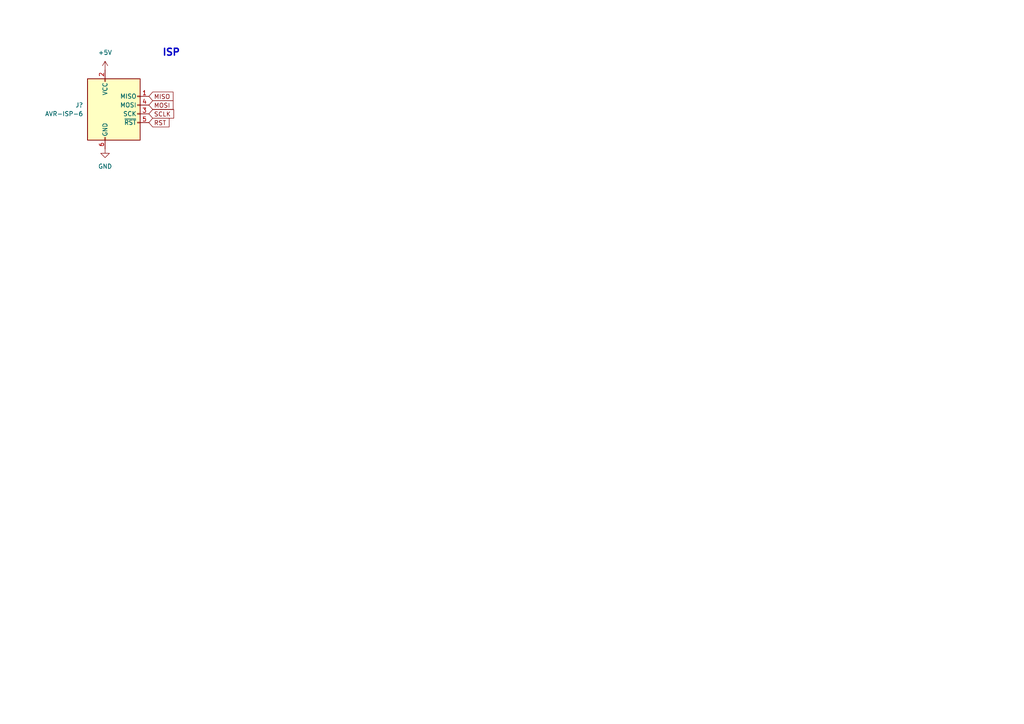
<source format=kicad_sch>
(kicad_sch (version 20211123) (generator eeschema)
  (paper "A4")
  (lib_symbols
    (symbol "Connector:AVR-ISP-6" (pin_names (offset 1.016))
      (property "Reference" "J" (at -6.35 11.43 0))
      (property "Value" "AVR-ISP-6" (at 0 11.43 0))
      (symbol "AVR-ISP-6_0_1"
        (rectangle (start -2.667 -6.858) (end -2.413 -7.62))
        (rectangle (start -2.667 10.16) (end -2.413 9.398))
        (rectangle (start 7.62 -2.413) (end 6.858 -2.667))
        (rectangle (start 7.62 0.127) (end 6.858 -0.127))
        (rectangle (start 7.62 2.667) (end 6.858 2.413))
        (rectangle (start 7.62 5.207) (end 6.858 4.953))
        (rectangle (start 7.62 10.16) (end -7.62 -7.62) (stroke (width 0.254)) (fill (type background)))
      )
      (symbol "AVR-ISP-6_1_1"
        (pin passive line (at 10.16 5.08 180) (length 2.54) (name "MISO") (number "1"))
        (pin passive line (at -2.54 12.7 270) (length 2.54) (name "VCC") (number "2"))
        (pin passive line (at 10.16 0 180) (length 2.54) (name "SCK") (number "3"))
        (pin passive line (at 10.16 2.54 180) (length 2.54) (name "MOSI") (number "4"))
        (pin passive line (at 10.16 -2.54 180) (length 2.54) (name "~{RST}") (number "5"))
        (pin passive line (at -2.54 -10.16 90) (length 2.54) (name "GND") (number "6"))
      )
    )
    (symbol "power:+5V" (power) (pin_names (offset 0))
      (property "Value" "+5V" (at 0 3.556 0))
      (symbol "+5V_0_1"
        (polyline (pts (xy -0.762 1.27) (xy 0 2.54)))
        (polyline (pts (xy 0 0) (xy 0 2.54)))
        (polyline (pts (xy 0 2.54) (xy 0.762 1.27)))
      )
      (symbol "+5V_1_1"
        (pin power_in line (at 0 0 90) (length 0) hide (name "+5V") (number "1"))
      )
    )
    (symbol "power:GND" (power) (pin_names (offset 0))
      (property "Value" "GND" (at 0 -3.81 0))
      (symbol "GND_0_1"
        (polyline (pts (xy 0 0) (xy 0 -1.27) (xy 1.27 -1.27) (xy 0 -2.54) (xy -1.27 -1.27) (xy 0 -1.27)))
      )
      (symbol "GND_1_1"
        (pin power_in line (at 0 0 270) (length 0) hide (name "GND") (number "1"))
      )
    )
  )
  (text "ISP" (at 46.99 16.51 0) (effects (font (size 2 2) (thickness 0.4) bold) (justify left bottom)))
  (global_label "RST" (shape input) (at 43.18 35.56 0) (property "Intersheet References" "${INTERSHEET_REFS}" (at 49.0402 35.4806 0) (effects (justify left))))
  (global_label "MISO" (shape input) (at 43.18 27.94 0) (property "Intersheet References" "${INTERSHEET_REFS}" (at 50.1893 27.8606 0) (effects (justify left))))
  (global_label "SCLK" (shape input) (at 43.18 33.02 0) (property "Intersheet References" "${INTERSHEET_REFS}" (at 50.3707 32.9406 0) (effects (justify left))))
  (global_label "MOSI" (shape input) (at 43.18 30.48 0) (property "Intersheet References" "${INTERSHEET_REFS}" (at 50.1893 30.4006 0) (effects (justify left))))
  (symbol (lib_id "power:+5V") (at 30.48 20.32 0) (unit 1)
    (property "Reference" "#PWR?" (effects hide))
    (property "Value" "+5V" (at 30.48 15.24 0))
  )
  (symbol (lib_id "power:GND") (at 30.48 43.18 0) (unit 1)
    (property "Reference" "#PWR?" (effects hide))
    (property "Value" "GND" (at 30.48 48.26 0))
  )
  (symbol (lib_id "Connector:AVR-ISP-6") (at 33.02 33.02 0) (unit 1)
    (property "Reference" "J?" (at 24.13 30.4799 0) (effects (justify right)))
    (property "Value" "AVR-ISP-6" (at 24.13 33.0199 0) (effects (justify right)))
    (property "Datasheet" " ~" (effects hide))
  )
)
</source>
